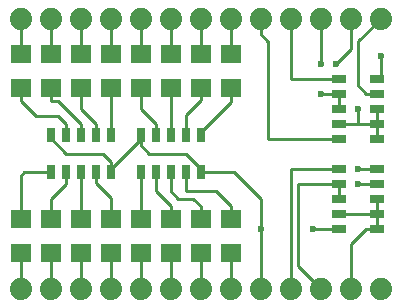
<source format=gtl>
G04 #@! TF.FileFunction,Copper,L1,Top,Signal*
%FSLAX46Y46*%
G04 Gerber Fmt 4.6, Leading zero omitted, Abs format (unit mm)*
G04 Created by KiCad (PCBNEW 4.0.0-stable) date 2016 May 25, Wednesday 08:29:24*
%MOMM*%
G01*
G04 APERTURE LIST*
%ADD10C,0.100000*%
%ADD11R,1.800860X1.597660*%
%ADD12R,0.797560X1.297940*%
%ADD13R,1.297940X0.797560*%
%ADD14C,1.879600*%
%ADD15C,0.600000*%
%ADD16C,0.250000*%
G04 APERTURE END LIST*
D10*
D11*
X133350000Y-113814860D03*
X133350000Y-110975140D03*
X135890000Y-113814860D03*
X135890000Y-110975140D03*
X138430000Y-113814860D03*
X138430000Y-110975140D03*
X140970000Y-113814860D03*
X140970000Y-110975140D03*
X140970000Y-97005140D03*
X140970000Y-99844860D03*
X138430000Y-97005140D03*
X138430000Y-99844860D03*
X135890000Y-97005140D03*
X135890000Y-99844860D03*
X133350000Y-97005140D03*
X133350000Y-99844860D03*
X143510000Y-113814860D03*
X143510000Y-110975140D03*
X146050000Y-113814860D03*
X146050000Y-110975140D03*
X148590000Y-113814860D03*
X148590000Y-110975140D03*
X151130000Y-113814860D03*
X151130000Y-110975140D03*
X151130000Y-97005140D03*
X151130000Y-99844860D03*
X148590000Y-97005140D03*
X148590000Y-99844860D03*
X146050000Y-97005140D03*
X146050000Y-99844860D03*
X143510000Y-97005140D03*
X143510000Y-99844860D03*
D12*
X135890000Y-106997500D03*
X137160000Y-106997500D03*
X138430000Y-106997500D03*
X139700000Y-106997500D03*
X140970000Y-106997500D03*
X140970000Y-103822500D03*
X139700000Y-103822500D03*
X138430000Y-103822500D03*
X137160000Y-103822500D03*
X135890000Y-103822500D03*
X143510000Y-106997500D03*
X144780000Y-106997500D03*
X146050000Y-106997500D03*
X147320000Y-106997500D03*
X148590000Y-106997500D03*
X148590000Y-103822500D03*
X147320000Y-103822500D03*
X146050000Y-103822500D03*
X144780000Y-103822500D03*
X143510000Y-103822500D03*
D13*
X160337500Y-106680000D03*
X160337500Y-107950000D03*
X160337500Y-109220000D03*
X160337500Y-110490000D03*
X160337500Y-111760000D03*
X163512500Y-111760000D03*
X163512500Y-110490000D03*
X163512500Y-109220000D03*
X163512500Y-107950000D03*
X163512500Y-106680000D03*
X160337500Y-99060000D03*
X160337500Y-100330000D03*
X160337500Y-101600000D03*
X160337500Y-102870000D03*
X160337500Y-104140000D03*
X163512500Y-104140000D03*
X163512500Y-102870000D03*
X163512500Y-101600000D03*
X163512500Y-100330000D03*
X163512500Y-99060000D03*
D14*
X133350000Y-93980000D03*
X135890000Y-93980000D03*
X138430000Y-93980000D03*
X140970000Y-93980000D03*
X143510000Y-93980000D03*
X146050000Y-93980000D03*
X148590000Y-93980000D03*
X151130000Y-93980000D03*
X153670000Y-93980000D03*
X156210000Y-93980000D03*
X158750000Y-93980000D03*
X161290000Y-93980000D03*
X163830000Y-93980000D03*
X163830000Y-116840000D03*
X161290000Y-116840000D03*
X158750000Y-116840000D03*
X156210000Y-116840000D03*
X153670000Y-116840000D03*
X151130000Y-116840000D03*
X148590000Y-116840000D03*
X146050000Y-116840000D03*
X143510000Y-116840000D03*
X140970000Y-116840000D03*
X138430000Y-116840000D03*
X135890000Y-116840000D03*
X133350000Y-116840000D03*
D15*
X161925000Y-107950000D03*
X161925000Y-106680000D03*
X153670000Y-111760000D03*
X158115000Y-111760000D03*
X158750000Y-97790000D03*
X158750000Y-100330000D03*
X160020000Y-97790000D03*
X161925000Y-101600000D03*
X163830000Y-97155000D03*
D16*
X133350000Y-113814860D02*
X133350000Y-116840000D01*
X133667500Y-106997500D02*
X133350000Y-107315000D01*
X133350000Y-107315000D02*
X133350000Y-110975140D01*
X135890000Y-106997500D02*
X133667500Y-106997500D01*
X135890000Y-113814860D02*
X135890000Y-116840000D01*
X137160000Y-107950000D02*
X135890000Y-109220000D01*
X135890000Y-109220000D02*
X135890000Y-110975140D01*
X137160000Y-106997500D02*
X137160000Y-107950000D01*
X138430000Y-113814860D02*
X138430000Y-116840000D01*
X138430000Y-106997500D02*
X138430000Y-110975140D01*
X140970000Y-113814860D02*
X140970000Y-116840000D01*
X140970000Y-109166470D02*
X140970000Y-110975140D01*
X139700000Y-106997500D02*
X139700000Y-107896470D01*
X139700000Y-107896470D02*
X140970000Y-109166470D01*
X140970000Y-93980000D02*
X140970000Y-97005140D01*
X140970000Y-103822500D02*
X140970000Y-99844860D01*
X138430000Y-93980000D02*
X138430000Y-97005140D01*
X139700000Y-102870000D02*
X138430000Y-101600000D01*
X138430000Y-101600000D02*
X138430000Y-99844860D01*
X139700000Y-103822500D02*
X139700000Y-102870000D01*
X135890000Y-93980000D02*
X135890000Y-97005140D01*
X135890000Y-100965000D02*
X136471470Y-100965000D01*
X136471470Y-100965000D02*
X138430000Y-102923530D01*
X138430000Y-102923530D02*
X138430000Y-103822500D01*
X135890000Y-99844860D02*
X135890000Y-100965000D01*
X133350000Y-93980000D02*
X133350000Y-97005140D01*
X137160000Y-103822500D02*
X137160000Y-102923530D01*
X137160000Y-102923530D02*
X136471470Y-102235000D01*
X136471470Y-102235000D02*
X134620000Y-102235000D01*
X134620000Y-102235000D02*
X133350000Y-100965000D01*
X133350000Y-100965000D02*
X133350000Y-99844860D01*
X143510000Y-113814860D02*
X143510000Y-116840000D01*
X143510000Y-106997500D02*
X143510000Y-110975140D01*
X146050000Y-113814860D02*
X146050000Y-116840000D01*
X144780000Y-108585000D02*
X146050000Y-109855000D01*
X146050000Y-109855000D02*
X146050000Y-110975140D01*
X144780000Y-106997500D02*
X144780000Y-108585000D01*
X148590000Y-113814860D02*
X148590000Y-114863690D01*
X148590000Y-114863690D02*
X148590000Y-116840000D01*
X147955000Y-109220000D02*
X148590000Y-109855000D01*
X148590000Y-109855000D02*
X148590000Y-110975140D01*
X146685000Y-109220000D02*
X147955000Y-109220000D01*
X146050000Y-108585000D02*
X146685000Y-109220000D01*
X146050000Y-106997500D02*
X146050000Y-108585000D01*
X151130000Y-113814860D02*
X151130000Y-116840000D01*
X147320000Y-106997500D02*
X147320000Y-108585000D01*
X147320000Y-108585000D02*
X149860000Y-108585000D01*
X149860000Y-108585000D02*
X151130000Y-109855000D01*
X151130000Y-109855000D02*
X151130000Y-110975140D01*
X151130000Y-93980000D02*
X151130000Y-97005140D01*
X148590000Y-103822500D02*
X148590000Y-103572310D01*
X148590000Y-103572310D02*
X151130000Y-101032310D01*
X151130000Y-101032310D02*
X151130000Y-99844860D01*
X148590000Y-93980000D02*
X148590000Y-97005140D01*
X148590000Y-99844860D02*
X148590000Y-100893690D01*
X147320000Y-102163690D02*
X147320000Y-102923530D01*
X147320000Y-102923530D02*
X147320000Y-103822500D01*
X148590000Y-100893690D02*
X147320000Y-102163690D01*
X148488400Y-99844860D02*
X148590000Y-99844860D01*
X146050000Y-93980000D02*
X146050000Y-97005140D01*
X146050000Y-103822500D02*
X146050000Y-99844860D01*
X143510000Y-93980000D02*
X143510000Y-97005140D01*
X144780000Y-103822500D02*
X144780000Y-102870000D01*
X144780000Y-102870000D02*
X143510000Y-101600000D01*
X143510000Y-101600000D02*
X143510000Y-99844860D01*
X163512500Y-107950000D02*
X161925000Y-107950000D01*
X161925000Y-106680000D02*
X163512500Y-106680000D01*
X153670000Y-116840000D02*
X153670000Y-111760000D01*
X153670000Y-111760000D02*
X153670000Y-109220000D01*
X160337500Y-111760000D02*
X158115000Y-111760000D01*
X153670000Y-109220000D02*
X151447500Y-106997500D01*
X151447500Y-106997500D02*
X148590000Y-106997500D01*
X140281470Y-105410000D02*
X137227310Y-105410000D01*
X137227310Y-105410000D02*
X135890000Y-104072690D01*
X135890000Y-104072690D02*
X135890000Y-103822500D01*
X140970000Y-106997500D02*
X140970000Y-106098530D01*
X140970000Y-106098530D02*
X140281470Y-105410000D01*
X147320000Y-105410000D02*
X147320000Y-105477310D01*
X147320000Y-105477310D02*
X148590000Y-106747310D01*
X148590000Y-106747310D02*
X148590000Y-106997500D01*
X144198530Y-105410000D02*
X147320000Y-105410000D01*
X143510000Y-103822500D02*
X143510000Y-104721470D01*
X143510000Y-104721470D02*
X144198530Y-105410000D01*
X140970000Y-106997500D02*
X140970000Y-106747310D01*
X140970000Y-106747310D02*
X143510000Y-104207310D01*
X143510000Y-104207310D02*
X143510000Y-103822500D01*
X156210000Y-106680000D02*
X160337500Y-106680000D01*
X156210000Y-116840000D02*
X156210000Y-106680000D01*
X160337500Y-109220000D02*
X160337500Y-107950000D01*
X160337500Y-107950000D02*
X156845000Y-107950000D01*
X156845000Y-107950000D02*
X156845000Y-114935000D01*
X156845000Y-114935000D02*
X158750000Y-116840000D01*
X163512500Y-110490000D02*
X163512500Y-109220000D01*
X161290000Y-113083530D02*
X161290000Y-116840000D01*
X163512500Y-111760000D02*
X162613530Y-111760000D01*
X162613530Y-111760000D02*
X161290000Y-113083530D01*
X163512500Y-109220000D02*
X163512500Y-111760000D01*
X163512500Y-111760000D02*
X163512500Y-110490000D01*
X160337500Y-110490000D02*
X163512500Y-110490000D01*
X156210000Y-99060000D02*
X156210000Y-93980000D01*
X160337500Y-99060000D02*
X156210000Y-99060000D01*
X158750000Y-97790000D02*
X158750000Y-93980000D01*
X160337500Y-100330000D02*
X158750000Y-100330000D01*
X160337500Y-101600000D02*
X160337500Y-100330000D01*
X160020000Y-97790000D02*
X161290000Y-96520000D01*
X161290000Y-96520000D02*
X161290000Y-93980000D01*
X161925000Y-102870000D02*
X163512500Y-102870000D01*
X160337500Y-102870000D02*
X161925000Y-102870000D01*
X161925000Y-102870000D02*
X161925000Y-101600000D01*
X163512500Y-102870000D02*
X163512500Y-101600000D01*
X163512500Y-102870000D02*
X163512500Y-104140000D01*
X163830000Y-97155000D02*
X163830000Y-98742500D01*
X163830000Y-98742500D02*
X163512500Y-99060000D01*
X153670000Y-93980000D02*
X153670000Y-95309077D01*
X153670000Y-95309077D02*
X154305000Y-95944077D01*
X154305000Y-104140000D02*
X160337500Y-104140000D01*
X154305000Y-95944077D02*
X154305000Y-104140000D01*
X161925000Y-99641470D02*
X161925000Y-95885000D01*
X161925000Y-95885000D02*
X163830000Y-93980000D01*
X162613530Y-100330000D02*
X161925000Y-99641470D01*
X163512500Y-100330000D02*
X162613530Y-100330000D01*
M02*

</source>
